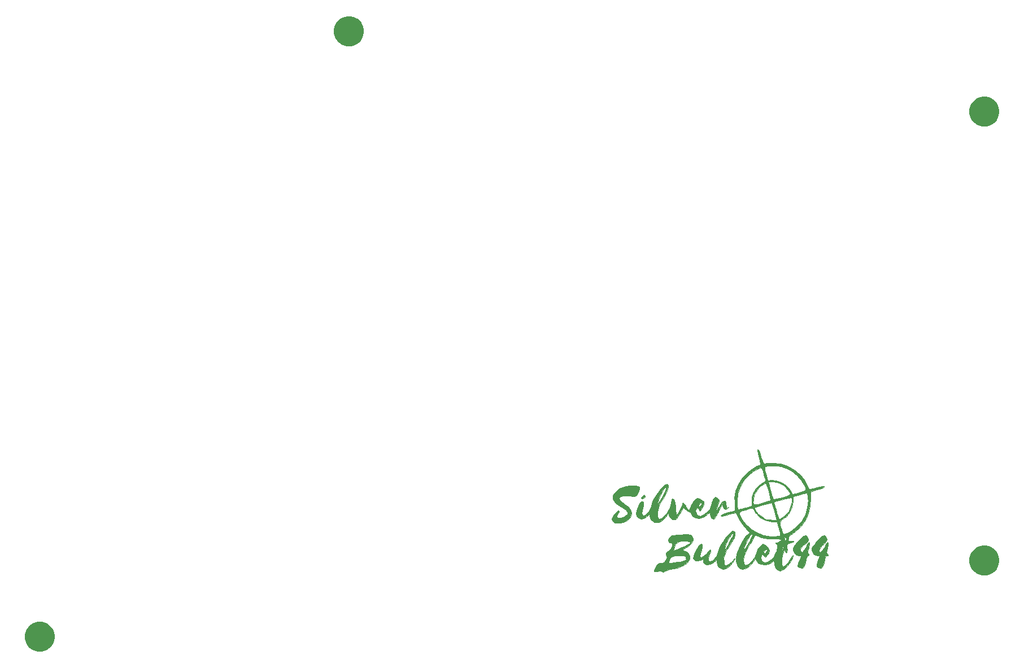
<source format=gts>
G04 #@! TF.GenerationSoftware,KiCad,Pcbnew,5.1.5+dfsg1-2build2*
G04 #@! TF.CreationDate,2020-09-19T22:38:51+09:00*
G04 #@! TF.ProjectId,bottom,626f7474-6f6d-42e6-9b69-6361645f7063,rev?*
G04 #@! TF.SameCoordinates,Original*
G04 #@! TF.FileFunction,Soldermask,Top*
G04 #@! TF.FilePolarity,Negative*
%FSLAX46Y46*%
G04 Gerber Fmt 4.6, Leading zero omitted, Abs format (unit mm)*
G04 Created by KiCad (PCBNEW 5.1.5+dfsg1-2build2) date 2020-09-19 22:38:51*
%MOMM*%
%LPD*%
G04 APERTURE LIST*
%ADD10C,0.010000*%
%ADD11C,0.100000*%
G04 APERTURE END LIST*
D10*
G36*
X107187614Y-85422014D02*
G01*
X107251548Y-85587285D01*
X107123592Y-85771264D01*
X106890248Y-85944432D01*
X106722729Y-85965074D01*
X106680000Y-85876273D01*
X106748270Y-85703713D01*
X106861950Y-85527023D01*
X107038968Y-85366122D01*
X107187614Y-85422014D01*
G37*
X107187614Y-85422014D02*
X107251548Y-85587285D01*
X107123592Y-85771264D01*
X106890248Y-85944432D01*
X106722729Y-85965074D01*
X106680000Y-85876273D01*
X106748270Y-85703713D01*
X106861950Y-85527023D01*
X107038968Y-85366122D01*
X107187614Y-85422014D01*
G36*
X110550660Y-83772983D02*
G01*
X110734999Y-83958277D01*
X110740017Y-84306627D01*
X110564677Y-84821770D01*
X110207943Y-85507441D01*
X109953666Y-85927445D01*
X109609114Y-86485872D01*
X109379426Y-86897205D01*
X109238975Y-87225956D01*
X109162132Y-87536637D01*
X109123268Y-87893762D01*
X109113918Y-88041268D01*
X109111298Y-88591088D01*
X109191005Y-88908565D01*
X109368291Y-89006341D01*
X109658410Y-88897056D01*
X109924794Y-88713309D01*
X110521243Y-88113684D01*
X110932302Y-87358004D01*
X111134375Y-86635974D01*
X111221117Y-86207260D01*
X111289314Y-85988791D01*
X111366497Y-85941024D01*
X111480199Y-86024419D01*
X111527622Y-86071178D01*
X111664222Y-86277384D01*
X111752238Y-86603838D01*
X111805336Y-87108637D01*
X111816230Y-87298174D01*
X111848126Y-87774313D01*
X111887648Y-88144476D01*
X111927291Y-88341965D01*
X111935174Y-88355508D01*
X112037538Y-88307085D01*
X112206647Y-88092394D01*
X112405025Y-87776800D01*
X112595197Y-87425670D01*
X112739689Y-87104368D01*
X112801026Y-86878260D01*
X112799624Y-86847692D01*
X112817389Y-86636381D01*
X112940794Y-86600800D01*
X113118849Y-86716724D01*
X113300563Y-86959927D01*
X113376981Y-87122000D01*
X113579354Y-87499942D01*
X113781238Y-87625689D01*
X113968982Y-87499810D01*
X114128935Y-87122875D01*
X114131000Y-87115356D01*
X115248394Y-87115356D01*
X115391405Y-87185134D01*
X115555397Y-87077650D01*
X115674477Y-86854321D01*
X115697000Y-86697227D01*
X115697000Y-86430555D01*
X115427587Y-86699967D01*
X115263530Y-86933785D01*
X115248394Y-87115356D01*
X114131000Y-87115356D01*
X114137897Y-87090250D01*
X114327037Y-86647467D01*
X114609771Y-86242144D01*
X114672071Y-86177648D01*
X114926725Y-85948654D01*
X115109223Y-85874834D01*
X115330371Y-85935174D01*
X115510247Y-86018710D01*
X115819312Y-86203732D01*
X116014253Y-86389739D01*
X116032110Y-86423595D01*
X116053026Y-86783219D01*
X115909719Y-87210522D01*
X115716987Y-87509854D01*
X115479752Y-87802827D01*
X115244957Y-87528606D01*
X115049272Y-87354496D01*
X114922862Y-87393305D01*
X114911025Y-87410442D01*
X114812557Y-87777901D01*
X114904973Y-88173103D01*
X115055110Y-88385110D01*
X115281768Y-88548160D01*
X115547815Y-88555178D01*
X115714627Y-88513944D01*
X116047499Y-88355271D01*
X116416683Y-88087365D01*
X116757338Y-87770215D01*
X117004623Y-87463810D01*
X117094000Y-87237809D01*
X117131625Y-86999600D01*
X117227856Y-86624268D01*
X117303792Y-86374583D01*
X117494975Y-85930401D01*
X117707849Y-85734413D01*
X117953813Y-85781025D01*
X118153816Y-85957250D01*
X118301953Y-86155577D01*
X118347978Y-86360334D01*
X118288208Y-86642427D01*
X118118962Y-87072765D01*
X118092698Y-87134071D01*
X117925958Y-87565719D01*
X117880924Y-87783527D01*
X117944654Y-87789031D01*
X118104207Y-87583764D01*
X118346642Y-87169263D01*
X118383866Y-87099533D01*
X118658825Y-86629064D01*
X118879887Y-86371131D01*
X119062500Y-86296500D01*
X119228423Y-86342057D01*
X119316147Y-86520992D01*
X119356069Y-86846836D01*
X119397444Y-87187748D01*
X119474174Y-87326452D01*
X119610069Y-87316224D01*
X119753074Y-87274363D01*
X119705047Y-87354350D01*
X119624797Y-87437303D01*
X119371213Y-87570892D01*
X119135686Y-87498705D01*
X118958053Y-87268032D01*
X118878151Y-86926163D01*
X118914115Y-86593667D01*
X118942830Y-86413554D01*
X118891233Y-86433524D01*
X118781002Y-86621040D01*
X118633818Y-86943560D01*
X118562106Y-87122000D01*
X118220445Y-87951961D01*
X117929863Y-88541188D01*
X117686235Y-88896874D01*
X117485438Y-89026213D01*
X117470245Y-89027000D01*
X117211132Y-88912660D01*
X117028454Y-88616498D01*
X116966999Y-88249588D01*
X116967000Y-87963478D01*
X116617750Y-88289221D01*
X116117090Y-88679847D01*
X115645913Y-88869231D01*
X115332616Y-88900000D01*
X114746714Y-88815853D01*
X114339220Y-88569158D01*
X114154223Y-88265728D01*
X114004277Y-88000295D01*
X113824985Y-87884203D01*
X113818275Y-87884000D01*
X113594784Y-87801158D01*
X113318611Y-87598861D01*
X113288085Y-87570413D01*
X112960771Y-87256827D01*
X112453060Y-88173663D01*
X112147001Y-88685162D01*
X111903183Y-88991031D01*
X111694743Y-89123499D01*
X111654148Y-89132134D01*
X111346892Y-89066629D01*
X111049219Y-88841262D01*
X110836575Y-88535816D01*
X110784408Y-88230070D01*
X110787491Y-88215681D01*
X110825134Y-88030238D01*
X110775681Y-88074742D01*
X110702458Y-88193162D01*
X110535822Y-88423061D01*
X110266340Y-88752001D01*
X110061075Y-88986912D01*
X109751305Y-89305750D01*
X109500956Y-89470297D01*
X109217151Y-89529543D01*
X109021973Y-89535000D01*
X108637797Y-89503699D01*
X108390099Y-89375330D01*
X108212647Y-89166144D01*
X108032177Y-88835856D01*
X107950423Y-88534483D01*
X107950000Y-88517988D01*
X107936854Y-88361304D01*
X107864489Y-88342731D01*
X107683508Y-88474906D01*
X107501080Y-88632843D01*
X107046505Y-88939987D01*
X106633503Y-89009977D01*
X106227623Y-88848016D01*
X106200258Y-88829298D01*
X105977320Y-88557981D01*
X105918000Y-88186092D01*
X105969858Y-87794378D01*
X106103461Y-87343059D01*
X106285848Y-86911336D01*
X106484059Y-86578409D01*
X106649467Y-86428422D01*
X106897938Y-86416343D01*
X107011659Y-86600990D01*
X106976451Y-86955529D01*
X106959481Y-87015057D01*
X106796145Y-87657534D01*
X106745628Y-88127097D01*
X106799473Y-88379821D01*
X106985183Y-88492641D01*
X107242669Y-88417854D01*
X107529990Y-88194977D01*
X107805203Y-87863522D01*
X108026366Y-87463005D01*
X108135921Y-87120730D01*
X108262700Y-86716263D01*
X109095816Y-86716263D01*
X109095823Y-86716515D01*
X109154007Y-86721965D01*
X109303919Y-86542296D01*
X109519313Y-86217330D01*
X109773945Y-85786891D01*
X110041570Y-85290800D01*
X110062988Y-85249013D01*
X110292948Y-84755050D01*
X110410404Y-84408398D01*
X110416015Y-84228526D01*
X110310438Y-84234906D01*
X110094332Y-84447010D01*
X110038176Y-84515493D01*
X109877950Y-84772787D01*
X109677064Y-85171809D01*
X109466962Y-85639113D01*
X109279090Y-86101254D01*
X109144893Y-86484786D01*
X109095816Y-86716263D01*
X108262700Y-86716263D01*
X108288324Y-86634516D01*
X108541717Y-86085462D01*
X108866542Y-85514546D01*
X109233242Y-84962746D01*
X109612261Y-84471040D01*
X109974039Y-84080405D01*
X110289021Y-83831818D01*
X110527648Y-83766259D01*
X110550660Y-83772983D01*
G37*
X110550660Y-83772983D02*
X110734999Y-83958277D01*
X110740017Y-84306627D01*
X110564677Y-84821770D01*
X110207943Y-85507441D01*
X109953666Y-85927445D01*
X109609114Y-86485872D01*
X109379426Y-86897205D01*
X109238975Y-87225956D01*
X109162132Y-87536637D01*
X109123268Y-87893762D01*
X109113918Y-88041268D01*
X109111298Y-88591088D01*
X109191005Y-88908565D01*
X109368291Y-89006341D01*
X109658410Y-88897056D01*
X109924794Y-88713309D01*
X110521243Y-88113684D01*
X110932302Y-87358004D01*
X111134375Y-86635974D01*
X111221117Y-86207260D01*
X111289314Y-85988791D01*
X111366497Y-85941024D01*
X111480199Y-86024419D01*
X111527622Y-86071178D01*
X111664222Y-86277384D01*
X111752238Y-86603838D01*
X111805336Y-87108637D01*
X111816230Y-87298174D01*
X111848126Y-87774313D01*
X111887648Y-88144476D01*
X111927291Y-88341965D01*
X111935174Y-88355508D01*
X112037538Y-88307085D01*
X112206647Y-88092394D01*
X112405025Y-87776800D01*
X112595197Y-87425670D01*
X112739689Y-87104368D01*
X112801026Y-86878260D01*
X112799624Y-86847692D01*
X112817389Y-86636381D01*
X112940794Y-86600800D01*
X113118849Y-86716724D01*
X113300563Y-86959927D01*
X113376981Y-87122000D01*
X113579354Y-87499942D01*
X113781238Y-87625689D01*
X113968982Y-87499810D01*
X114128935Y-87122875D01*
X114131000Y-87115356D01*
X115248394Y-87115356D01*
X115391405Y-87185134D01*
X115555397Y-87077650D01*
X115674477Y-86854321D01*
X115697000Y-86697227D01*
X115697000Y-86430555D01*
X115427587Y-86699967D01*
X115263530Y-86933785D01*
X115248394Y-87115356D01*
X114131000Y-87115356D01*
X114137897Y-87090250D01*
X114327037Y-86647467D01*
X114609771Y-86242144D01*
X114672071Y-86177648D01*
X114926725Y-85948654D01*
X115109223Y-85874834D01*
X115330371Y-85935174D01*
X115510247Y-86018710D01*
X115819312Y-86203732D01*
X116014253Y-86389739D01*
X116032110Y-86423595D01*
X116053026Y-86783219D01*
X115909719Y-87210522D01*
X115716987Y-87509854D01*
X115479752Y-87802827D01*
X115244957Y-87528606D01*
X115049272Y-87354496D01*
X114922862Y-87393305D01*
X114911025Y-87410442D01*
X114812557Y-87777901D01*
X114904973Y-88173103D01*
X115055110Y-88385110D01*
X115281768Y-88548160D01*
X115547815Y-88555178D01*
X115714627Y-88513944D01*
X116047499Y-88355271D01*
X116416683Y-88087365D01*
X116757338Y-87770215D01*
X117004623Y-87463810D01*
X117094000Y-87237809D01*
X117131625Y-86999600D01*
X117227856Y-86624268D01*
X117303792Y-86374583D01*
X117494975Y-85930401D01*
X117707849Y-85734413D01*
X117953813Y-85781025D01*
X118153816Y-85957250D01*
X118301953Y-86155577D01*
X118347978Y-86360334D01*
X118288208Y-86642427D01*
X118118962Y-87072765D01*
X118092698Y-87134071D01*
X117925958Y-87565719D01*
X117880924Y-87783527D01*
X117944654Y-87789031D01*
X118104207Y-87583764D01*
X118346642Y-87169263D01*
X118383866Y-87099533D01*
X118658825Y-86629064D01*
X118879887Y-86371131D01*
X119062500Y-86296500D01*
X119228423Y-86342057D01*
X119316147Y-86520992D01*
X119356069Y-86846836D01*
X119397444Y-87187748D01*
X119474174Y-87326452D01*
X119610069Y-87316224D01*
X119753074Y-87274363D01*
X119705047Y-87354350D01*
X119624797Y-87437303D01*
X119371213Y-87570892D01*
X119135686Y-87498705D01*
X118958053Y-87268032D01*
X118878151Y-86926163D01*
X118914115Y-86593667D01*
X118942830Y-86413554D01*
X118891233Y-86433524D01*
X118781002Y-86621040D01*
X118633818Y-86943560D01*
X118562106Y-87122000D01*
X118220445Y-87951961D01*
X117929863Y-88541188D01*
X117686235Y-88896874D01*
X117485438Y-89026213D01*
X117470245Y-89027000D01*
X117211132Y-88912660D01*
X117028454Y-88616498D01*
X116966999Y-88249588D01*
X116967000Y-87963478D01*
X116617750Y-88289221D01*
X116117090Y-88679847D01*
X115645913Y-88869231D01*
X115332616Y-88900000D01*
X114746714Y-88815853D01*
X114339220Y-88569158D01*
X114154223Y-88265728D01*
X114004277Y-88000295D01*
X113824985Y-87884203D01*
X113818275Y-87884000D01*
X113594784Y-87801158D01*
X113318611Y-87598861D01*
X113288085Y-87570413D01*
X112960771Y-87256827D01*
X112453060Y-88173663D01*
X112147001Y-88685162D01*
X111903183Y-88991031D01*
X111694743Y-89123499D01*
X111654148Y-89132134D01*
X111346892Y-89066629D01*
X111049219Y-88841262D01*
X110836575Y-88535816D01*
X110784408Y-88230070D01*
X110787491Y-88215681D01*
X110825134Y-88030238D01*
X110775681Y-88074742D01*
X110702458Y-88193162D01*
X110535822Y-88423061D01*
X110266340Y-88752001D01*
X110061075Y-88986912D01*
X109751305Y-89305750D01*
X109500956Y-89470297D01*
X109217151Y-89529543D01*
X109021973Y-89535000D01*
X108637797Y-89503699D01*
X108390099Y-89375330D01*
X108212647Y-89166144D01*
X108032177Y-88835856D01*
X107950423Y-88534483D01*
X107950000Y-88517988D01*
X107936854Y-88361304D01*
X107864489Y-88342731D01*
X107683508Y-88474906D01*
X107501080Y-88632843D01*
X107046505Y-88939987D01*
X106633503Y-89009977D01*
X106227623Y-88848016D01*
X106200258Y-88829298D01*
X105977320Y-88557981D01*
X105918000Y-88186092D01*
X105969858Y-87794378D01*
X106103461Y-87343059D01*
X106285848Y-86911336D01*
X106484059Y-86578409D01*
X106649467Y-86428422D01*
X106897938Y-86416343D01*
X107011659Y-86600990D01*
X106976451Y-86955529D01*
X106959481Y-87015057D01*
X106796145Y-87657534D01*
X106745628Y-88127097D01*
X106799473Y-88379821D01*
X106985183Y-88492641D01*
X107242669Y-88417854D01*
X107529990Y-88194977D01*
X107805203Y-87863522D01*
X108026366Y-87463005D01*
X108135921Y-87120730D01*
X108262700Y-86716263D01*
X109095816Y-86716263D01*
X109095823Y-86716515D01*
X109154007Y-86721965D01*
X109303919Y-86542296D01*
X109519313Y-86217330D01*
X109773945Y-85786891D01*
X110041570Y-85290800D01*
X110062988Y-85249013D01*
X110292948Y-84755050D01*
X110410404Y-84408398D01*
X110416015Y-84228526D01*
X110310438Y-84234906D01*
X110094332Y-84447010D01*
X110038176Y-84515493D01*
X109877950Y-84772787D01*
X109677064Y-85171809D01*
X109466962Y-85639113D01*
X109279090Y-86101254D01*
X109144893Y-86484786D01*
X109095816Y-86716263D01*
X108262700Y-86716263D01*
X108288324Y-86634516D01*
X108541717Y-86085462D01*
X108866542Y-85514546D01*
X109233242Y-84962746D01*
X109612261Y-84471040D01*
X109974039Y-84080405D01*
X110289021Y-83831818D01*
X110527648Y-83766259D01*
X110550660Y-83772983D01*
G36*
X105817972Y-84042856D02*
G01*
X106182414Y-84112046D01*
X106370271Y-84213598D01*
X106371034Y-84214809D01*
X106391937Y-84439781D01*
X106312671Y-84782685D01*
X106167930Y-85146212D01*
X105992406Y-85433053D01*
X105907554Y-85514822D01*
X105655548Y-85623365D01*
X105318887Y-85613149D01*
X105117447Y-85572816D01*
X104581108Y-85503955D01*
X104050602Y-85524953D01*
X103617356Y-85627415D01*
X103439187Y-85726918D01*
X103328731Y-85906500D01*
X103405767Y-86128419D01*
X103684955Y-86413688D01*
X104171804Y-86777026D01*
X104764142Y-87267966D01*
X105104812Y-87754171D01*
X105195944Y-88241060D01*
X105039665Y-88734052D01*
X104979606Y-88832794D01*
X104633997Y-89221751D01*
X104174122Y-89466360D01*
X103537685Y-89599109D01*
X103502477Y-89603131D01*
X103025346Y-89630304D01*
X102705836Y-89574508D01*
X102520750Y-89473474D01*
X102307792Y-89245000D01*
X102234999Y-89044817D01*
X102309969Y-88803502D01*
X102497726Y-88479762D01*
X102742539Y-88148086D01*
X102988679Y-87882964D01*
X103180417Y-87758886D01*
X103198486Y-87757000D01*
X103355745Y-87812757D01*
X103317351Y-87994046D01*
X103183460Y-88194023D01*
X102992425Y-88539882D01*
X103010575Y-88769369D01*
X103216106Y-88871745D01*
X103587209Y-88836273D01*
X104102081Y-88652214D01*
X104108250Y-88649420D01*
X104461979Y-88447670D01*
X104621877Y-88235668D01*
X104579610Y-87993400D01*
X104326845Y-87700853D01*
X103855248Y-87338013D01*
X103450456Y-87069709D01*
X102963369Y-86702702D01*
X102621332Y-86331857D01*
X102536823Y-86190261D01*
X102412530Y-85881874D01*
X102416498Y-85649474D01*
X102543254Y-85361879D01*
X102902656Y-84896282D01*
X103437715Y-84484530D01*
X104070090Y-84180180D01*
X104416895Y-84080954D01*
X104860037Y-84022160D01*
X105352122Y-84011178D01*
X105817972Y-84042856D01*
G37*
X105817972Y-84042856D02*
X106182414Y-84112046D01*
X106370271Y-84213598D01*
X106371034Y-84214809D01*
X106391937Y-84439781D01*
X106312671Y-84782685D01*
X106167930Y-85146212D01*
X105992406Y-85433053D01*
X105907554Y-85514822D01*
X105655548Y-85623365D01*
X105318887Y-85613149D01*
X105117447Y-85572816D01*
X104581108Y-85503955D01*
X104050602Y-85524953D01*
X103617356Y-85627415D01*
X103439187Y-85726918D01*
X103328731Y-85906500D01*
X103405767Y-86128419D01*
X103684955Y-86413688D01*
X104171804Y-86777026D01*
X104764142Y-87267966D01*
X105104812Y-87754171D01*
X105195944Y-88241060D01*
X105039665Y-88734052D01*
X104979606Y-88832794D01*
X104633997Y-89221751D01*
X104174122Y-89466360D01*
X103537685Y-89599109D01*
X103502477Y-89603131D01*
X103025346Y-89630304D01*
X102705836Y-89574508D01*
X102520750Y-89473474D01*
X102307792Y-89245000D01*
X102234999Y-89044817D01*
X102309969Y-88803502D01*
X102497726Y-88479762D01*
X102742539Y-88148086D01*
X102988679Y-87882964D01*
X103180417Y-87758886D01*
X103198486Y-87757000D01*
X103355745Y-87812757D01*
X103317351Y-87994046D01*
X103183460Y-88194023D01*
X102992425Y-88539882D01*
X103010575Y-88769369D01*
X103216106Y-88871745D01*
X103587209Y-88836273D01*
X104102081Y-88652214D01*
X104108250Y-88649420D01*
X104461979Y-88447670D01*
X104621877Y-88235668D01*
X104579610Y-87993400D01*
X104326845Y-87700853D01*
X103855248Y-87338013D01*
X103450456Y-87069709D01*
X102963369Y-86702702D01*
X102621332Y-86331857D01*
X102536823Y-86190261D01*
X102412530Y-85881874D01*
X102416498Y-85649474D01*
X102543254Y-85361879D01*
X102902656Y-84896282D01*
X103437715Y-84484530D01*
X104070090Y-84180180D01*
X104416895Y-84080954D01*
X104860037Y-84022160D01*
X105352122Y-84011178D01*
X105817972Y-84042856D01*
G36*
X134257625Y-91540048D02*
G01*
X134361531Y-91685650D01*
X134485441Y-92088484D01*
X134374626Y-92430882D01*
X134060556Y-92719574D01*
X133720344Y-93007701D01*
X133448375Y-93336026D01*
X133289021Y-93639545D01*
X133286656Y-93853253D01*
X133286661Y-93853260D01*
X133473899Y-93994749D01*
X133700157Y-93898063D01*
X133951747Y-93573501D01*
X134136703Y-93213801D01*
X134330014Y-92826664D01*
X134501702Y-92553538D01*
X134609778Y-92456000D01*
X134679238Y-92567003D01*
X134667655Y-92866366D01*
X134580446Y-93303615D01*
X134481416Y-93651721D01*
X134431699Y-93980198D01*
X134553823Y-94230302D01*
X134575479Y-94254971D01*
X134712589Y-94427379D01*
X134658778Y-94483352D01*
X134528915Y-94488000D01*
X134340945Y-94550886D01*
X134230509Y-94779258D01*
X134192845Y-94964250D01*
X134064875Y-95625043D01*
X133930440Y-96062389D01*
X133776144Y-96306742D01*
X133588592Y-96388561D01*
X133566280Y-96388960D01*
X133241238Y-96315681D01*
X133082233Y-96229359D01*
X132960542Y-96091462D01*
X132947915Y-95890445D01*
X133028311Y-95566649D01*
X133164073Y-95165517D01*
X133307118Y-94823236D01*
X133332296Y-94773750D01*
X133417774Y-94569477D01*
X133329536Y-94495747D01*
X133132218Y-94486055D01*
X132738855Y-94430259D01*
X132480332Y-94226702D01*
X132353012Y-94020099D01*
X132238406Y-93722895D01*
X132243128Y-93437029D01*
X132385996Y-93113620D01*
X132685829Y-92703785D01*
X133000750Y-92337538D01*
X133462422Y-91849031D01*
X133809394Y-91561136D01*
X134066263Y-91462069D01*
X134257625Y-91540048D01*
G37*
X134257625Y-91540048D02*
X134361531Y-91685650D01*
X134485441Y-92088484D01*
X134374626Y-92430882D01*
X134060556Y-92719574D01*
X133720344Y-93007701D01*
X133448375Y-93336026D01*
X133289021Y-93639545D01*
X133286656Y-93853253D01*
X133286661Y-93853260D01*
X133473899Y-93994749D01*
X133700157Y-93898063D01*
X133951747Y-93573501D01*
X134136703Y-93213801D01*
X134330014Y-92826664D01*
X134501702Y-92553538D01*
X134609778Y-92456000D01*
X134679238Y-92567003D01*
X134667655Y-92866366D01*
X134580446Y-93303615D01*
X134481416Y-93651721D01*
X134431699Y-93980198D01*
X134553823Y-94230302D01*
X134575479Y-94254971D01*
X134712589Y-94427379D01*
X134658778Y-94483352D01*
X134528915Y-94488000D01*
X134340945Y-94550886D01*
X134230509Y-94779258D01*
X134192845Y-94964250D01*
X134064875Y-95625043D01*
X133930440Y-96062389D01*
X133776144Y-96306742D01*
X133588592Y-96388561D01*
X133566280Y-96388960D01*
X133241238Y-96315681D01*
X133082233Y-96229359D01*
X132960542Y-96091462D01*
X132947915Y-95890445D01*
X133028311Y-95566649D01*
X133164073Y-95165517D01*
X133307118Y-94823236D01*
X133332296Y-94773750D01*
X133417774Y-94569477D01*
X133329536Y-94495747D01*
X133132218Y-94486055D01*
X132738855Y-94430259D01*
X132480332Y-94226702D01*
X132353012Y-94020099D01*
X132238406Y-93722895D01*
X132243128Y-93437029D01*
X132385996Y-93113620D01*
X132685829Y-92703785D01*
X133000750Y-92337538D01*
X133462422Y-91849031D01*
X133809394Y-91561136D01*
X134066263Y-91462069D01*
X134257625Y-91540048D01*
G36*
X131466361Y-91542562D02*
G01*
X131567531Y-91685650D01*
X131694521Y-92093738D01*
X131584451Y-92430597D01*
X131267640Y-92701878D01*
X130889650Y-92994051D01*
X130623066Y-93311659D01*
X130485329Y-93609674D01*
X130493877Y-93843068D01*
X130666151Y-93966811D01*
X130774264Y-93975801D01*
X130975351Y-93851011D01*
X131213651Y-93481012D01*
X131342703Y-93213801D01*
X131533632Y-92826943D01*
X131699405Y-92553859D01*
X131799986Y-92456000D01*
X131842896Y-92566487D01*
X131838312Y-92844700D01*
X131795406Y-93210768D01*
X131723350Y-93584818D01*
X131637402Y-93871903D01*
X131631621Y-94089993D01*
X131690341Y-94165149D01*
X131819128Y-94327675D01*
X131757658Y-94463086D01*
X131649633Y-94488000D01*
X131508349Y-94603819D01*
X131398903Y-94906653D01*
X131387477Y-94964250D01*
X131248931Y-95628517D01*
X131108033Y-96068035D01*
X130951960Y-96311835D01*
X130767886Y-96388952D01*
X130758147Y-96388960D01*
X130438875Y-96309405D01*
X130260818Y-96209313D01*
X130142140Y-96101209D01*
X130103932Y-95971442D01*
X130151739Y-95754677D01*
X130291105Y-95385582D01*
X130341305Y-95260852D01*
X130653474Y-94488000D01*
X130318987Y-94486055D01*
X129931773Y-94425904D01*
X129673169Y-94208736D01*
X129559012Y-94020099D01*
X129444933Y-93725536D01*
X129448458Y-93442232D01*
X129588370Y-93121103D01*
X129883450Y-92713065D01*
X130202835Y-92337563D01*
X130664089Y-91845655D01*
X131012645Y-91556725D01*
X131272178Y-91459464D01*
X131466361Y-91542562D01*
G37*
X131466361Y-91542562D02*
X131567531Y-91685650D01*
X131694521Y-92093738D01*
X131584451Y-92430597D01*
X131267640Y-92701878D01*
X130889650Y-92994051D01*
X130623066Y-93311659D01*
X130485329Y-93609674D01*
X130493877Y-93843068D01*
X130666151Y-93966811D01*
X130774264Y-93975801D01*
X130975351Y-93851011D01*
X131213651Y-93481012D01*
X131342703Y-93213801D01*
X131533632Y-92826943D01*
X131699405Y-92553859D01*
X131799986Y-92456000D01*
X131842896Y-92566487D01*
X131838312Y-92844700D01*
X131795406Y-93210768D01*
X131723350Y-93584818D01*
X131637402Y-93871903D01*
X131631621Y-94089993D01*
X131690341Y-94165149D01*
X131819128Y-94327675D01*
X131757658Y-94463086D01*
X131649633Y-94488000D01*
X131508349Y-94603819D01*
X131398903Y-94906653D01*
X131387477Y-94964250D01*
X131248931Y-95628517D01*
X131108033Y-96068035D01*
X130951960Y-96311835D01*
X130767886Y-96388952D01*
X130758147Y-96388960D01*
X130438875Y-96309405D01*
X130260818Y-96209313D01*
X130142140Y-96101209D01*
X130103932Y-95971442D01*
X130151739Y-95754677D01*
X130291105Y-95385582D01*
X130341305Y-95260852D01*
X130653474Y-94488000D01*
X130318987Y-94486055D01*
X129931773Y-94425904D01*
X129673169Y-94208736D01*
X129559012Y-94020099D01*
X129444933Y-93725536D01*
X129448458Y-93442232D01*
X129588370Y-93121103D01*
X129883450Y-92713065D01*
X130202835Y-92337563D01*
X130664089Y-91845655D01*
X131012645Y-91556725D01*
X131272178Y-91459464D01*
X131466361Y-91542562D01*
G36*
X120702623Y-90972526D02*
G01*
X120741163Y-91289031D01*
X120594025Y-91773729D01*
X120261792Y-92424685D01*
X119754344Y-93226258D01*
X119474400Y-93691522D01*
X119240243Y-94172149D01*
X119126880Y-94484730D01*
X119051454Y-94947090D01*
X119056213Y-95402468D01*
X119133647Y-95768195D01*
X119260235Y-95952971D01*
X119450827Y-95941403D01*
X119748087Y-95799597D01*
X120077526Y-95575354D01*
X120364654Y-95316477D01*
X120483188Y-95168170D01*
X120643888Y-94968084D01*
X120744557Y-94921224D01*
X120721257Y-95060069D01*
X120565817Y-95321347D01*
X120322467Y-95644701D01*
X120035433Y-95969778D01*
X119832708Y-96165588D01*
X119371197Y-96448805D01*
X118899793Y-96524597D01*
X118475996Y-96392245D01*
X118246217Y-96185372D01*
X118058233Y-95836345D01*
X117983000Y-95486076D01*
X117983000Y-95121406D01*
X117455945Y-95503203D01*
X116961514Y-95781926D01*
X116528517Y-95878362D01*
X116193352Y-95797792D01*
X115992414Y-95545497D01*
X115951000Y-95284838D01*
X115936044Y-95092827D01*
X115844585Y-95059792D01*
X115606737Y-95167539D01*
X115571095Y-95185933D01*
X115145278Y-95315147D01*
X114776275Y-95265295D01*
X114528089Y-95051703D01*
X114477007Y-94923954D01*
X114497421Y-94644774D01*
X114628858Y-94235259D01*
X114834608Y-93771697D01*
X115077965Y-93330373D01*
X115322221Y-92987574D01*
X115477344Y-92845024D01*
X115718226Y-92751473D01*
X115834156Y-92856068D01*
X115826953Y-93167200D01*
X115698436Y-93693257D01*
X115676823Y-93765089D01*
X115556614Y-94199267D01*
X115487434Y-94532131D01*
X115483029Y-94696379D01*
X115485829Y-94700162D01*
X115694217Y-94748078D01*
X115989073Y-94631278D01*
X116303550Y-94387558D01*
X116539135Y-94104640D01*
X116819786Y-93725609D01*
X116999956Y-93577726D01*
X117072323Y-93655838D01*
X117029564Y-93954794D01*
X116903500Y-94361000D01*
X116749626Y-94876440D01*
X116726839Y-95198887D01*
X116836681Y-95353829D01*
X116964996Y-95377000D01*
X117313850Y-95262541D01*
X117663485Y-94958225D01*
X117961853Y-94522636D01*
X118149669Y-94043500D01*
X118343099Y-93478949D01*
X118355730Y-93452494D01*
X119149791Y-93452494D01*
X119155626Y-93594103D01*
X119253918Y-93545169D01*
X119432636Y-93315201D01*
X119679745Y-92913704D01*
X119983212Y-92350187D01*
X120148481Y-92018533D01*
X120325979Y-91626700D01*
X120434956Y-91331779D01*
X120452102Y-91199768D01*
X120319193Y-91221667D01*
X120114828Y-91427925D01*
X119872973Y-91771815D01*
X119627595Y-92206608D01*
X119463627Y-92559621D01*
X119248447Y-93110835D01*
X119149791Y-93452494D01*
X118355730Y-93452494D01*
X118629407Y-92879300D01*
X118978163Y-92286608D01*
X119358932Y-91742929D01*
X119741284Y-91290318D01*
X120094785Y-90970830D01*
X120389003Y-90826521D01*
X120477821Y-90826149D01*
X120702623Y-90972526D01*
G37*
X120702623Y-90972526D02*
X120741163Y-91289031D01*
X120594025Y-91773729D01*
X120261792Y-92424685D01*
X119754344Y-93226258D01*
X119474400Y-93691522D01*
X119240243Y-94172149D01*
X119126880Y-94484730D01*
X119051454Y-94947090D01*
X119056213Y-95402468D01*
X119133647Y-95768195D01*
X119260235Y-95952971D01*
X119450827Y-95941403D01*
X119748087Y-95799597D01*
X120077526Y-95575354D01*
X120364654Y-95316477D01*
X120483188Y-95168170D01*
X120643888Y-94968084D01*
X120744557Y-94921224D01*
X120721257Y-95060069D01*
X120565817Y-95321347D01*
X120322467Y-95644701D01*
X120035433Y-95969778D01*
X119832708Y-96165588D01*
X119371197Y-96448805D01*
X118899793Y-96524597D01*
X118475996Y-96392245D01*
X118246217Y-96185372D01*
X118058233Y-95836345D01*
X117983000Y-95486076D01*
X117983000Y-95121406D01*
X117455945Y-95503203D01*
X116961514Y-95781926D01*
X116528517Y-95878362D01*
X116193352Y-95797792D01*
X115992414Y-95545497D01*
X115951000Y-95284838D01*
X115936044Y-95092827D01*
X115844585Y-95059792D01*
X115606737Y-95167539D01*
X115571095Y-95185933D01*
X115145278Y-95315147D01*
X114776275Y-95265295D01*
X114528089Y-95051703D01*
X114477007Y-94923954D01*
X114497421Y-94644774D01*
X114628858Y-94235259D01*
X114834608Y-93771697D01*
X115077965Y-93330373D01*
X115322221Y-92987574D01*
X115477344Y-92845024D01*
X115718226Y-92751473D01*
X115834156Y-92856068D01*
X115826953Y-93167200D01*
X115698436Y-93693257D01*
X115676823Y-93765089D01*
X115556614Y-94199267D01*
X115487434Y-94532131D01*
X115483029Y-94696379D01*
X115485829Y-94700162D01*
X115694217Y-94748078D01*
X115989073Y-94631278D01*
X116303550Y-94387558D01*
X116539135Y-94104640D01*
X116819786Y-93725609D01*
X116999956Y-93577726D01*
X117072323Y-93655838D01*
X117029564Y-93954794D01*
X116903500Y-94361000D01*
X116749626Y-94876440D01*
X116726839Y-95198887D01*
X116836681Y-95353829D01*
X116964996Y-95377000D01*
X117313850Y-95262541D01*
X117663485Y-94958225D01*
X117961853Y-94522636D01*
X118149669Y-94043500D01*
X118343099Y-93478949D01*
X118355730Y-93452494D01*
X119149791Y-93452494D01*
X119155626Y-93594103D01*
X119253918Y-93545169D01*
X119432636Y-93315201D01*
X119679745Y-92913704D01*
X119983212Y-92350187D01*
X120148481Y-92018533D01*
X120325979Y-91626700D01*
X120434956Y-91331779D01*
X120452102Y-91199768D01*
X120319193Y-91221667D01*
X120114828Y-91427925D01*
X119872973Y-91771815D01*
X119627595Y-92206608D01*
X119463627Y-92559621D01*
X119248447Y-93110835D01*
X119149791Y-93452494D01*
X118355730Y-93452494D01*
X118629407Y-92879300D01*
X118978163Y-92286608D01*
X119358932Y-91742929D01*
X119741284Y-91290318D01*
X120094785Y-90970830D01*
X120389003Y-90826521D01*
X120477821Y-90826149D01*
X120702623Y-90972526D01*
G36*
X124271736Y-78726830D02*
G01*
X124416112Y-79026725D01*
X124520954Y-79343250D01*
X124690952Y-79937044D01*
X124814078Y-80326839D01*
X124910378Y-80553658D01*
X124999897Y-80658530D01*
X125102682Y-80682479D01*
X125172168Y-80676017D01*
X125412953Y-80658937D01*
X125823375Y-80644213D01*
X126319074Y-80634788D01*
X126370993Y-80634241D01*
X127524488Y-80745552D01*
X128617748Y-81087694D01*
X129616977Y-81638877D01*
X130488380Y-82377312D01*
X131198161Y-83281208D01*
X131576079Y-83990144D01*
X131738136Y-84326622D01*
X131866797Y-84541029D01*
X131911915Y-84582000D01*
X132060813Y-84550593D01*
X132391328Y-84467102D01*
X132840401Y-84347618D01*
X132986447Y-84307808D01*
X133458918Y-84190503D01*
X133833680Y-84120180D01*
X134047391Y-84107966D01*
X134070641Y-84117308D01*
X134112011Y-84206896D01*
X134024128Y-84296922D01*
X133773423Y-84403699D01*
X133326325Y-84543538D01*
X133006815Y-84634251D01*
X132016500Y-84910300D01*
X132060856Y-85868604D01*
X132004145Y-87037954D01*
X131737295Y-88156843D01*
X131279354Y-89187232D01*
X130649368Y-90091083D01*
X129866384Y-90830359D01*
X129430097Y-91122500D01*
X129073700Y-91366078D01*
X128839556Y-91592077D01*
X128780520Y-91715362D01*
X128732159Y-92029211D01*
X128700912Y-92128112D01*
X128697901Y-92255714D01*
X128850906Y-92318321D01*
X129177162Y-92337595D01*
X129469858Y-92353949D01*
X129550883Y-92397514D01*
X129409890Y-92478452D01*
X129036530Y-92606929D01*
X128841500Y-92667307D01*
X128611819Y-92768921D01*
X128496273Y-92935634D01*
X128477424Y-93227652D01*
X128537835Y-93705181D01*
X128538925Y-93712000D01*
X128522694Y-93963443D01*
X128438542Y-94068569D01*
X128307811Y-94004702D01*
X128241936Y-93828569D01*
X128200740Y-93675474D01*
X128133205Y-93703538D01*
X128008368Y-93936186D01*
X127957848Y-94043500D01*
X127816139Y-94458965D01*
X127730152Y-94934575D01*
X127701607Y-95403451D01*
X127732219Y-95798712D01*
X127823709Y-96053481D01*
X127904749Y-96110402D01*
X128139241Y-96044271D01*
X128442225Y-95809476D01*
X128760819Y-95460477D01*
X129042140Y-95051733D01*
X129166293Y-94811216D01*
X129314000Y-94524231D01*
X129391501Y-94455378D01*
X129391872Y-94576796D01*
X129308189Y-94860626D01*
X129229001Y-95063529D01*
X128913393Y-95653109D01*
X128512100Y-96161589D01*
X128072937Y-96542611D01*
X127643716Y-96749815D01*
X127464876Y-96774000D01*
X127237949Y-96698766D01*
X126993557Y-96540320D01*
X126743627Y-96188562D01*
X126630237Y-95766198D01*
X126555500Y-95225756D01*
X126201855Y-95504552D01*
X125743964Y-95751028D01*
X125226398Y-95855193D01*
X124716267Y-95823622D01*
X124280678Y-95662889D01*
X123986740Y-95379568D01*
X123940407Y-95283009D01*
X123876706Y-95008918D01*
X123895086Y-94858342D01*
X123923325Y-94747476D01*
X123909234Y-94742000D01*
X123815189Y-94839766D01*
X123632038Y-95092497D01*
X123461209Y-95350181D01*
X122962053Y-95988447D01*
X122443967Y-96379290D01*
X121911136Y-96519612D01*
X121881325Y-96520000D01*
X121443832Y-96425139D01*
X121136280Y-96131229D01*
X120946932Y-95624282D01*
X120900672Y-95351063D01*
X120893114Y-95190094D01*
X121954700Y-95190094D01*
X122029369Y-95662750D01*
X122149107Y-95911376D01*
X122288572Y-95990816D01*
X122517852Y-95910480D01*
X122772167Y-95762483D01*
X123228558Y-95365472D01*
X123626430Y-94800245D01*
X123907683Y-94152585D01*
X123940507Y-94037451D01*
X123977812Y-93950888D01*
X125026470Y-93950888D01*
X125036324Y-94114806D01*
X125152390Y-94180130D01*
X125327255Y-94036856D01*
X125368555Y-93987387D01*
X125511948Y-93742144D01*
X125523407Y-93572961D01*
X125388880Y-93555930D01*
X125191175Y-93700379D01*
X125026470Y-93950888D01*
X123977812Y-93950888D01*
X124127906Y-93602615D01*
X124413710Y-93201936D01*
X124463996Y-93150670D01*
X124853044Y-92777939D01*
X125323272Y-93029719D01*
X125706405Y-93343365D01*
X125851478Y-93728587D01*
X125753380Y-94155719D01*
X125564904Y-94432416D01*
X125258972Y-94788084D01*
X125024067Y-94513734D01*
X124828325Y-94339544D01*
X124701893Y-94378265D01*
X124690025Y-94395442D01*
X124592221Y-94765560D01*
X124717328Y-95154118D01*
X124889445Y-95362856D01*
X125111121Y-95543165D01*
X125304034Y-95574471D01*
X125591341Y-95473336D01*
X125619695Y-95461063D01*
X126163895Y-95144438D01*
X126555384Y-94709967D01*
X126837297Y-94102915D01*
X126928974Y-93799765D01*
X126971502Y-93636941D01*
X127734909Y-93636941D01*
X127742784Y-93785107D01*
X127765989Y-93787034D01*
X127863693Y-93628776D01*
X127954203Y-93337235D01*
X127954814Y-93334462D01*
X128004868Y-93000756D01*
X127975361Y-92897109D01*
X127892645Y-93022716D01*
X127792365Y-93339430D01*
X127734909Y-93636941D01*
X126971502Y-93636941D01*
X127046093Y-93351363D01*
X127094053Y-93081986D01*
X127072315Y-92926107D01*
X126980343Y-92818194D01*
X126920533Y-92771330D01*
X126760355Y-92635535D01*
X126817912Y-92592125D01*
X126959178Y-92587039D01*
X127237941Y-92507012D01*
X127497069Y-92325645D01*
X127631941Y-92119895D01*
X127634992Y-92089990D01*
X128143000Y-92089990D01*
X128193104Y-92260827D01*
X128270000Y-92265500D01*
X128375605Y-92086887D01*
X128397000Y-91933009D01*
X128346895Y-91762172D01*
X128270000Y-91757500D01*
X128164394Y-91936112D01*
X128143000Y-92089990D01*
X127634992Y-92089990D01*
X127635000Y-92089921D01*
X127517087Y-92049770D01*
X127199646Y-92017587D01*
X126737120Y-91997623D01*
X126396750Y-91993236D01*
X125707917Y-91976843D01*
X125167802Y-91917601D01*
X124672111Y-91795097D01*
X124116555Y-91588918D01*
X123928205Y-91510071D01*
X123764746Y-91508186D01*
X123599006Y-91678148D01*
X123434079Y-91969215D01*
X123209130Y-92374068D01*
X122909285Y-92866342D01*
X122656537Y-93253954D01*
X122281165Y-93920098D01*
X122042073Y-94585243D01*
X121954700Y-95190094D01*
X120893114Y-95190094D01*
X120876325Y-94832525D01*
X120964953Y-94339107D01*
X121082700Y-93988555D01*
X121305112Y-93459978D01*
X122067182Y-93459978D01*
X122075869Y-93596232D01*
X122183084Y-93531310D01*
X122379018Y-93271291D01*
X122653862Y-92822256D01*
X122997806Y-92190284D01*
X123006023Y-92174471D01*
X123183939Y-91791274D01*
X123296480Y-91471057D01*
X123317000Y-91351858D01*
X123264965Y-91239983D01*
X123127464Y-91319258D01*
X122932401Y-91553535D01*
X122707680Y-91906669D01*
X122481205Y-92342513D01*
X122384627Y-92559621D01*
X122166831Y-93116467D01*
X122067182Y-93459978D01*
X121305112Y-93459978D01*
X121382060Y-93277107D01*
X121732888Y-92581047D01*
X122097560Y-91967000D01*
X122438456Y-91501591D01*
X122560870Y-91370875D01*
X122927183Y-91019925D01*
X122235720Y-90273063D01*
X121839534Y-89795041D01*
X121465839Y-89260087D01*
X121195810Y-88784539D01*
X120877793Y-88107648D01*
X121354885Y-88107648D01*
X121415321Y-88376646D01*
X121629417Y-88787930D01*
X121741426Y-88983962D01*
X122346520Y-89804307D01*
X123128339Y-90504449D01*
X124036126Y-91057778D01*
X125019121Y-91437687D01*
X126026567Y-91617565D01*
X126746000Y-91607514D01*
X127125332Y-91561779D01*
X127404386Y-91516995D01*
X127463369Y-91502948D01*
X127516713Y-91384312D01*
X127479408Y-91075032D01*
X127348657Y-90554409D01*
X127323081Y-90464678D01*
X127072220Y-89594006D01*
X127479195Y-89594006D01*
X127516929Y-89948901D01*
X127650468Y-90466763D01*
X127698738Y-90634117D01*
X127821755Y-91027818D01*
X127925769Y-91227273D01*
X128056242Y-91283920D01*
X128245286Y-91252510D01*
X128548749Y-91135451D01*
X128947426Y-90929369D01*
X129181028Y-90789008D01*
X130039777Y-90102933D01*
X130740981Y-89261457D01*
X131262537Y-88307789D01*
X131582344Y-87285142D01*
X131678301Y-86236728D01*
X131661580Y-85939284D01*
X131615709Y-85530740D01*
X131566141Y-85236140D01*
X131532703Y-85135370D01*
X131390600Y-85138537D01*
X131065390Y-85200440D01*
X130617837Y-85308799D01*
X130442070Y-85355828D01*
X129413000Y-85637848D01*
X129413000Y-86365422D01*
X129291489Y-87223021D01*
X128940768Y-87996333D01*
X128381553Y-88646378D01*
X128074833Y-88883272D01*
X127744747Y-89123576D01*
X127550667Y-89339693D01*
X127479195Y-89594006D01*
X127072220Y-89594006D01*
X127036923Y-89471500D01*
X126218597Y-89399906D01*
X125298841Y-89209876D01*
X124526650Y-88813317D01*
X123900947Y-88209668D01*
X123875633Y-88176860D01*
X123634504Y-87844246D01*
X123463288Y-87578422D01*
X123417078Y-87485736D01*
X123325711Y-87422379D01*
X123093064Y-87434058D01*
X122682010Y-87525461D01*
X122321913Y-87624045D01*
X121785544Y-87784379D01*
X121470747Y-87927903D01*
X121354885Y-88107648D01*
X120877793Y-88107648D01*
X120847362Y-88042877D01*
X119954931Y-88286362D01*
X119482002Y-88416190D01*
X119084848Y-88526644D01*
X118846199Y-88594706D01*
X118840250Y-88596482D01*
X118652300Y-88580603D01*
X118618000Y-88490398D01*
X118732267Y-88356052D01*
X119030936Y-88216710D01*
X119221250Y-88158510D01*
X119693828Y-88033758D01*
X120151173Y-87912937D01*
X120276441Y-87879820D01*
X120728383Y-87760300D01*
X120674087Y-86624652D01*
X120666755Y-86260743D01*
X121032734Y-86260743D01*
X121047770Y-86729119D01*
X121085237Y-87157160D01*
X121136713Y-87477900D01*
X121193776Y-87624376D01*
X121204562Y-87626978D01*
X121325138Y-87592520D01*
X121631666Y-87503340D01*
X122066384Y-87376260D01*
X122237500Y-87326127D01*
X122372951Y-87286421D01*
X123575780Y-87286421D01*
X123859140Y-87791229D01*
X124182518Y-88212936D01*
X124642461Y-88632678D01*
X125136365Y-88962965D01*
X125349000Y-89061638D01*
X125576994Y-89103619D01*
X125959486Y-89134266D01*
X126254084Y-89143973D01*
X126968668Y-89154000D01*
X126589597Y-87840128D01*
X126217050Y-86548872D01*
X126563782Y-86548872D01*
X126616742Y-86830498D01*
X126709419Y-87128887D01*
X126843647Y-87577146D01*
X126991190Y-88080921D01*
X126998518Y-88106250D01*
X127133543Y-88545985D01*
X127248486Y-88871458D01*
X127321864Y-89022849D01*
X127329184Y-89027000D01*
X127476020Y-88974110D01*
X127736556Y-88847838D01*
X128322628Y-88409827D01*
X128800531Y-87794959D01*
X129124498Y-87072593D01*
X129230095Y-86584438D01*
X129262499Y-86190645D01*
X129218438Y-85946661D01*
X129061297Y-85837215D01*
X128754462Y-85847038D01*
X128261317Y-85960858D01*
X127945309Y-86048622D01*
X127429579Y-86195975D01*
X126999479Y-86320441D01*
X126718835Y-86403477D01*
X126655351Y-86423377D01*
X126563782Y-86548872D01*
X126217050Y-86548872D01*
X126210525Y-86526257D01*
X124893152Y-86906339D01*
X123575780Y-87286421D01*
X122372951Y-87286421D01*
X123253500Y-87028298D01*
X123212077Y-86569422D01*
X123218178Y-86472863D01*
X123450316Y-86472863D01*
X123471151Y-86716413D01*
X123578462Y-86839984D01*
X123809619Y-86855376D01*
X124201994Y-86774388D01*
X124792957Y-86608819D01*
X124951769Y-86562669D01*
X125432088Y-86419013D01*
X125810182Y-86298381D01*
X126026492Y-86220083D01*
X126054073Y-86205260D01*
X126046567Y-86067353D01*
X125981155Y-85750585D01*
X125875185Y-85318690D01*
X125746004Y-84835401D01*
X125610962Y-84364454D01*
X125487407Y-83969581D01*
X125392687Y-83714517D01*
X125360867Y-83658584D01*
X125204327Y-83661267D01*
X124932416Y-83809928D01*
X124599563Y-84061646D01*
X124260200Y-84373501D01*
X123968759Y-84702571D01*
X123879672Y-84826559D01*
X123604637Y-85414089D01*
X123478585Y-86097536D01*
X123450316Y-86472863D01*
X123218178Y-86472863D01*
X123259099Y-85825314D01*
X123505774Y-85067584D01*
X123918750Y-84383723D01*
X124141179Y-84132136D01*
X124494780Y-83818172D01*
X124834105Y-83581412D01*
X124967251Y-83520513D01*
X125730000Y-83520513D01*
X125762586Y-83693042D01*
X125848445Y-84031284D01*
X125969723Y-84473668D01*
X126108568Y-84958623D01*
X126247129Y-85424577D01*
X126367553Y-85809961D01*
X126451987Y-86053202D01*
X126479646Y-86106000D01*
X126617604Y-86075075D01*
X126946243Y-85991648D01*
X127411106Y-85869737D01*
X127783186Y-85770412D01*
X128368460Y-85597662D01*
X128787875Y-85441487D01*
X129007447Y-85315444D01*
X129032000Y-85272285D01*
X128937787Y-85010320D01*
X128692609Y-84663093D01*
X128352655Y-84292319D01*
X127974114Y-83959716D01*
X127635000Y-83737878D01*
X127293928Y-83607880D01*
X126871767Y-83506680D01*
X126436688Y-83442058D01*
X126056863Y-83421792D01*
X125800463Y-83453661D01*
X125730000Y-83520513D01*
X124967251Y-83520513D01*
X125031382Y-83491181D01*
X125255104Y-83383346D01*
X125306677Y-83257891D01*
X125245454Y-83064494D01*
X125141744Y-82705767D01*
X125026218Y-82289310D01*
X124899496Y-81856628D01*
X124785458Y-81523249D01*
X124740635Y-81427779D01*
X125163108Y-81427779D01*
X125227165Y-81769513D01*
X125350684Y-82245916D01*
X125625458Y-83248544D01*
X126179458Y-83204482D01*
X126914544Y-83258398D01*
X127647859Y-83508556D01*
X128315201Y-83917078D01*
X128852370Y-84446087D01*
X129158670Y-84962203D01*
X129270843Y-85221555D01*
X129331532Y-85340174D01*
X129333157Y-85340978D01*
X129453343Y-85306164D01*
X129759378Y-85216024D01*
X130193626Y-85087554D01*
X130365500Y-85036601D01*
X130881109Y-84878385D01*
X131183109Y-84743613D01*
X131300255Y-84579724D01*
X131261299Y-84334158D01*
X131094994Y-83954353D01*
X131031050Y-83820000D01*
X130615153Y-83165302D01*
X130019322Y-82518307D01*
X129311394Y-81942627D01*
X128559205Y-81501874D01*
X128558776Y-81501673D01*
X128067254Y-81290753D01*
X127631181Y-81161553D01*
X127145062Y-81090624D01*
X126555500Y-81056400D01*
X126027073Y-81049587D01*
X125586453Y-81067480D01*
X125301798Y-81106325D01*
X125244205Y-81128614D01*
X125170389Y-81230944D01*
X125163108Y-81427779D01*
X124740635Y-81427779D01*
X124711951Y-81366685D01*
X124540057Y-81347789D01*
X124223008Y-81455564D01*
X123816433Y-81661113D01*
X123375962Y-81935540D01*
X122957225Y-82249947D01*
X122873413Y-82321727D01*
X122090006Y-83166912D01*
X121511151Y-84129461D01*
X121153261Y-85174253D01*
X121032734Y-86260743D01*
X120666755Y-86260743D01*
X120660347Y-85942743D01*
X120702617Y-85395406D01*
X120813146Y-84867014D01*
X120887894Y-84606332D01*
X121295559Y-83639230D01*
X121890071Y-82742434D01*
X122626842Y-81965784D01*
X123461284Y-81359121D01*
X124047250Y-81074730D01*
X124369025Y-80932622D01*
X124562142Y-80814959D01*
X124587000Y-80779973D01*
X124553722Y-80627101D01*
X124464995Y-80292629D01*
X124337477Y-79838505D01*
X124284285Y-79654227D01*
X124139945Y-79124028D01*
X124078200Y-78797759D01*
X124094523Y-78640759D01*
X124148273Y-78613000D01*
X124271736Y-78726830D01*
G37*
X124271736Y-78726830D02*
X124416112Y-79026725D01*
X124520954Y-79343250D01*
X124690952Y-79937044D01*
X124814078Y-80326839D01*
X124910378Y-80553658D01*
X124999897Y-80658530D01*
X125102682Y-80682479D01*
X125172168Y-80676017D01*
X125412953Y-80658937D01*
X125823375Y-80644213D01*
X126319074Y-80634788D01*
X126370993Y-80634241D01*
X127524488Y-80745552D01*
X128617748Y-81087694D01*
X129616977Y-81638877D01*
X130488380Y-82377312D01*
X131198161Y-83281208D01*
X131576079Y-83990144D01*
X131738136Y-84326622D01*
X131866797Y-84541029D01*
X131911915Y-84582000D01*
X132060813Y-84550593D01*
X132391328Y-84467102D01*
X132840401Y-84347618D01*
X132986447Y-84307808D01*
X133458918Y-84190503D01*
X133833680Y-84120180D01*
X134047391Y-84107966D01*
X134070641Y-84117308D01*
X134112011Y-84206896D01*
X134024128Y-84296922D01*
X133773423Y-84403699D01*
X133326325Y-84543538D01*
X133006815Y-84634251D01*
X132016500Y-84910300D01*
X132060856Y-85868604D01*
X132004145Y-87037954D01*
X131737295Y-88156843D01*
X131279354Y-89187232D01*
X130649368Y-90091083D01*
X129866384Y-90830359D01*
X129430097Y-91122500D01*
X129073700Y-91366078D01*
X128839556Y-91592077D01*
X128780520Y-91715362D01*
X128732159Y-92029211D01*
X128700912Y-92128112D01*
X128697901Y-92255714D01*
X128850906Y-92318321D01*
X129177162Y-92337595D01*
X129469858Y-92353949D01*
X129550883Y-92397514D01*
X129409890Y-92478452D01*
X129036530Y-92606929D01*
X128841500Y-92667307D01*
X128611819Y-92768921D01*
X128496273Y-92935634D01*
X128477424Y-93227652D01*
X128537835Y-93705181D01*
X128538925Y-93712000D01*
X128522694Y-93963443D01*
X128438542Y-94068569D01*
X128307811Y-94004702D01*
X128241936Y-93828569D01*
X128200740Y-93675474D01*
X128133205Y-93703538D01*
X128008368Y-93936186D01*
X127957848Y-94043500D01*
X127816139Y-94458965D01*
X127730152Y-94934575D01*
X127701607Y-95403451D01*
X127732219Y-95798712D01*
X127823709Y-96053481D01*
X127904749Y-96110402D01*
X128139241Y-96044271D01*
X128442225Y-95809476D01*
X128760819Y-95460477D01*
X129042140Y-95051733D01*
X129166293Y-94811216D01*
X129314000Y-94524231D01*
X129391501Y-94455378D01*
X129391872Y-94576796D01*
X129308189Y-94860626D01*
X129229001Y-95063529D01*
X128913393Y-95653109D01*
X128512100Y-96161589D01*
X128072937Y-96542611D01*
X127643716Y-96749815D01*
X127464876Y-96774000D01*
X127237949Y-96698766D01*
X126993557Y-96540320D01*
X126743627Y-96188562D01*
X126630237Y-95766198D01*
X126555500Y-95225756D01*
X126201855Y-95504552D01*
X125743964Y-95751028D01*
X125226398Y-95855193D01*
X124716267Y-95823622D01*
X124280678Y-95662889D01*
X123986740Y-95379568D01*
X123940407Y-95283009D01*
X123876706Y-95008918D01*
X123895086Y-94858342D01*
X123923325Y-94747476D01*
X123909234Y-94742000D01*
X123815189Y-94839766D01*
X123632038Y-95092497D01*
X123461209Y-95350181D01*
X122962053Y-95988447D01*
X122443967Y-96379290D01*
X121911136Y-96519612D01*
X121881325Y-96520000D01*
X121443832Y-96425139D01*
X121136280Y-96131229D01*
X120946932Y-95624282D01*
X120900672Y-95351063D01*
X120893114Y-95190094D01*
X121954700Y-95190094D01*
X122029369Y-95662750D01*
X122149107Y-95911376D01*
X122288572Y-95990816D01*
X122517852Y-95910480D01*
X122772167Y-95762483D01*
X123228558Y-95365472D01*
X123626430Y-94800245D01*
X123907683Y-94152585D01*
X123940507Y-94037451D01*
X123977812Y-93950888D01*
X125026470Y-93950888D01*
X125036324Y-94114806D01*
X125152390Y-94180130D01*
X125327255Y-94036856D01*
X125368555Y-93987387D01*
X125511948Y-93742144D01*
X125523407Y-93572961D01*
X125388880Y-93555930D01*
X125191175Y-93700379D01*
X125026470Y-93950888D01*
X123977812Y-93950888D01*
X124127906Y-93602615D01*
X124413710Y-93201936D01*
X124463996Y-93150670D01*
X124853044Y-92777939D01*
X125323272Y-93029719D01*
X125706405Y-93343365D01*
X125851478Y-93728587D01*
X125753380Y-94155719D01*
X125564904Y-94432416D01*
X125258972Y-94788084D01*
X125024067Y-94513734D01*
X124828325Y-94339544D01*
X124701893Y-94378265D01*
X124690025Y-94395442D01*
X124592221Y-94765560D01*
X124717328Y-95154118D01*
X124889445Y-95362856D01*
X125111121Y-95543165D01*
X125304034Y-95574471D01*
X125591341Y-95473336D01*
X125619695Y-95461063D01*
X126163895Y-95144438D01*
X126555384Y-94709967D01*
X126837297Y-94102915D01*
X126928974Y-93799765D01*
X126971502Y-93636941D01*
X127734909Y-93636941D01*
X127742784Y-93785107D01*
X127765989Y-93787034D01*
X127863693Y-93628776D01*
X127954203Y-93337235D01*
X127954814Y-93334462D01*
X128004868Y-93000756D01*
X127975361Y-92897109D01*
X127892645Y-93022716D01*
X127792365Y-93339430D01*
X127734909Y-93636941D01*
X126971502Y-93636941D01*
X127046093Y-93351363D01*
X127094053Y-93081986D01*
X127072315Y-92926107D01*
X126980343Y-92818194D01*
X126920533Y-92771330D01*
X126760355Y-92635535D01*
X126817912Y-92592125D01*
X126959178Y-92587039D01*
X127237941Y-92507012D01*
X127497069Y-92325645D01*
X127631941Y-92119895D01*
X127634992Y-92089990D01*
X128143000Y-92089990D01*
X128193104Y-92260827D01*
X128270000Y-92265500D01*
X128375605Y-92086887D01*
X128397000Y-91933009D01*
X128346895Y-91762172D01*
X128270000Y-91757500D01*
X128164394Y-91936112D01*
X128143000Y-92089990D01*
X127634992Y-92089990D01*
X127635000Y-92089921D01*
X127517087Y-92049770D01*
X127199646Y-92017587D01*
X126737120Y-91997623D01*
X126396750Y-91993236D01*
X125707917Y-91976843D01*
X125167802Y-91917601D01*
X124672111Y-91795097D01*
X124116555Y-91588918D01*
X123928205Y-91510071D01*
X123764746Y-91508186D01*
X123599006Y-91678148D01*
X123434079Y-91969215D01*
X123209130Y-92374068D01*
X122909285Y-92866342D01*
X122656537Y-93253954D01*
X122281165Y-93920098D01*
X122042073Y-94585243D01*
X121954700Y-95190094D01*
X120893114Y-95190094D01*
X120876325Y-94832525D01*
X120964953Y-94339107D01*
X121082700Y-93988555D01*
X121305112Y-93459978D01*
X122067182Y-93459978D01*
X122075869Y-93596232D01*
X122183084Y-93531310D01*
X122379018Y-93271291D01*
X122653862Y-92822256D01*
X122997806Y-92190284D01*
X123006023Y-92174471D01*
X123183939Y-91791274D01*
X123296480Y-91471057D01*
X123317000Y-91351858D01*
X123264965Y-91239983D01*
X123127464Y-91319258D01*
X122932401Y-91553535D01*
X122707680Y-91906669D01*
X122481205Y-92342513D01*
X122384627Y-92559621D01*
X122166831Y-93116467D01*
X122067182Y-93459978D01*
X121305112Y-93459978D01*
X121382060Y-93277107D01*
X121732888Y-92581047D01*
X122097560Y-91967000D01*
X122438456Y-91501591D01*
X122560870Y-91370875D01*
X122927183Y-91019925D01*
X122235720Y-90273063D01*
X121839534Y-89795041D01*
X121465839Y-89260087D01*
X121195810Y-88784539D01*
X120877793Y-88107648D01*
X121354885Y-88107648D01*
X121415321Y-88376646D01*
X121629417Y-88787930D01*
X121741426Y-88983962D01*
X122346520Y-89804307D01*
X123128339Y-90504449D01*
X124036126Y-91057778D01*
X125019121Y-91437687D01*
X126026567Y-91617565D01*
X126746000Y-91607514D01*
X127125332Y-91561779D01*
X127404386Y-91516995D01*
X127463369Y-91502948D01*
X127516713Y-91384312D01*
X127479408Y-91075032D01*
X127348657Y-90554409D01*
X127323081Y-90464678D01*
X127072220Y-89594006D01*
X127479195Y-89594006D01*
X127516929Y-89948901D01*
X127650468Y-90466763D01*
X127698738Y-90634117D01*
X127821755Y-91027818D01*
X127925769Y-91227273D01*
X128056242Y-91283920D01*
X128245286Y-91252510D01*
X128548749Y-91135451D01*
X128947426Y-90929369D01*
X129181028Y-90789008D01*
X130039777Y-90102933D01*
X130740981Y-89261457D01*
X131262537Y-88307789D01*
X131582344Y-87285142D01*
X131678301Y-86236728D01*
X131661580Y-85939284D01*
X131615709Y-85530740D01*
X131566141Y-85236140D01*
X131532703Y-85135370D01*
X131390600Y-85138537D01*
X131065390Y-85200440D01*
X130617837Y-85308799D01*
X130442070Y-85355828D01*
X129413000Y-85637848D01*
X129413000Y-86365422D01*
X129291489Y-87223021D01*
X128940768Y-87996333D01*
X128381553Y-88646378D01*
X128074833Y-88883272D01*
X127744747Y-89123576D01*
X127550667Y-89339693D01*
X127479195Y-89594006D01*
X127072220Y-89594006D01*
X127036923Y-89471500D01*
X126218597Y-89399906D01*
X125298841Y-89209876D01*
X124526650Y-88813317D01*
X123900947Y-88209668D01*
X123875633Y-88176860D01*
X123634504Y-87844246D01*
X123463288Y-87578422D01*
X123417078Y-87485736D01*
X123325711Y-87422379D01*
X123093064Y-87434058D01*
X122682010Y-87525461D01*
X122321913Y-87624045D01*
X121785544Y-87784379D01*
X121470747Y-87927903D01*
X121354885Y-88107648D01*
X120877793Y-88107648D01*
X120847362Y-88042877D01*
X119954931Y-88286362D01*
X119482002Y-88416190D01*
X119084848Y-88526644D01*
X118846199Y-88594706D01*
X118840250Y-88596482D01*
X118652300Y-88580603D01*
X118618000Y-88490398D01*
X118732267Y-88356052D01*
X119030936Y-88216710D01*
X119221250Y-88158510D01*
X119693828Y-88033758D01*
X120151173Y-87912937D01*
X120276441Y-87879820D01*
X120728383Y-87760300D01*
X120674087Y-86624652D01*
X120666755Y-86260743D01*
X121032734Y-86260743D01*
X121047770Y-86729119D01*
X121085237Y-87157160D01*
X121136713Y-87477900D01*
X121193776Y-87624376D01*
X121204562Y-87626978D01*
X121325138Y-87592520D01*
X121631666Y-87503340D01*
X122066384Y-87376260D01*
X122237500Y-87326127D01*
X122372951Y-87286421D01*
X123575780Y-87286421D01*
X123859140Y-87791229D01*
X124182518Y-88212936D01*
X124642461Y-88632678D01*
X125136365Y-88962965D01*
X125349000Y-89061638D01*
X125576994Y-89103619D01*
X125959486Y-89134266D01*
X126254084Y-89143973D01*
X126968668Y-89154000D01*
X126589597Y-87840128D01*
X126217050Y-86548872D01*
X126563782Y-86548872D01*
X126616742Y-86830498D01*
X126709419Y-87128887D01*
X126843647Y-87577146D01*
X126991190Y-88080921D01*
X126998518Y-88106250D01*
X127133543Y-88545985D01*
X127248486Y-88871458D01*
X127321864Y-89022849D01*
X127329184Y-89027000D01*
X127476020Y-88974110D01*
X127736556Y-88847838D01*
X128322628Y-88409827D01*
X128800531Y-87794959D01*
X129124498Y-87072593D01*
X129230095Y-86584438D01*
X129262499Y-86190645D01*
X129218438Y-85946661D01*
X129061297Y-85837215D01*
X128754462Y-85847038D01*
X128261317Y-85960858D01*
X127945309Y-86048622D01*
X127429579Y-86195975D01*
X126999479Y-86320441D01*
X126718835Y-86403477D01*
X126655351Y-86423377D01*
X126563782Y-86548872D01*
X126217050Y-86548872D01*
X126210525Y-86526257D01*
X124893152Y-86906339D01*
X123575780Y-87286421D01*
X122372951Y-87286421D01*
X123253500Y-87028298D01*
X123212077Y-86569422D01*
X123218178Y-86472863D01*
X123450316Y-86472863D01*
X123471151Y-86716413D01*
X123578462Y-86839984D01*
X123809619Y-86855376D01*
X124201994Y-86774388D01*
X124792957Y-86608819D01*
X124951769Y-86562669D01*
X125432088Y-86419013D01*
X125810182Y-86298381D01*
X126026492Y-86220083D01*
X126054073Y-86205260D01*
X126046567Y-86067353D01*
X125981155Y-85750585D01*
X125875185Y-85318690D01*
X125746004Y-84835401D01*
X125610962Y-84364454D01*
X125487407Y-83969581D01*
X125392687Y-83714517D01*
X125360867Y-83658584D01*
X125204327Y-83661267D01*
X124932416Y-83809928D01*
X124599563Y-84061646D01*
X124260200Y-84373501D01*
X123968759Y-84702571D01*
X123879672Y-84826559D01*
X123604637Y-85414089D01*
X123478585Y-86097536D01*
X123450316Y-86472863D01*
X123218178Y-86472863D01*
X123259099Y-85825314D01*
X123505774Y-85067584D01*
X123918750Y-84383723D01*
X124141179Y-84132136D01*
X124494780Y-83818172D01*
X124834105Y-83581412D01*
X124967251Y-83520513D01*
X125730000Y-83520513D01*
X125762586Y-83693042D01*
X125848445Y-84031284D01*
X125969723Y-84473668D01*
X126108568Y-84958623D01*
X126247129Y-85424577D01*
X126367553Y-85809961D01*
X126451987Y-86053202D01*
X126479646Y-86106000D01*
X126617604Y-86075075D01*
X126946243Y-85991648D01*
X127411106Y-85869737D01*
X127783186Y-85770412D01*
X128368460Y-85597662D01*
X128787875Y-85441487D01*
X129007447Y-85315444D01*
X129032000Y-85272285D01*
X128937787Y-85010320D01*
X128692609Y-84663093D01*
X128352655Y-84292319D01*
X127974114Y-83959716D01*
X127635000Y-83737878D01*
X127293928Y-83607880D01*
X126871767Y-83506680D01*
X126436688Y-83442058D01*
X126056863Y-83421792D01*
X125800463Y-83453661D01*
X125730000Y-83520513D01*
X124967251Y-83520513D01*
X125031382Y-83491181D01*
X125255104Y-83383346D01*
X125306677Y-83257891D01*
X125245454Y-83064494D01*
X125141744Y-82705767D01*
X125026218Y-82289310D01*
X124899496Y-81856628D01*
X124785458Y-81523249D01*
X124740635Y-81427779D01*
X125163108Y-81427779D01*
X125227165Y-81769513D01*
X125350684Y-82245916D01*
X125625458Y-83248544D01*
X126179458Y-83204482D01*
X126914544Y-83258398D01*
X127647859Y-83508556D01*
X128315201Y-83917078D01*
X128852370Y-84446087D01*
X129158670Y-84962203D01*
X129270843Y-85221555D01*
X129331532Y-85340174D01*
X129333157Y-85340978D01*
X129453343Y-85306164D01*
X129759378Y-85216024D01*
X130193626Y-85087554D01*
X130365500Y-85036601D01*
X130881109Y-84878385D01*
X131183109Y-84743613D01*
X131300255Y-84579724D01*
X131261299Y-84334158D01*
X131094994Y-83954353D01*
X131031050Y-83820000D01*
X130615153Y-83165302D01*
X130019322Y-82518307D01*
X129311394Y-81942627D01*
X128559205Y-81501874D01*
X128558776Y-81501673D01*
X128067254Y-81290753D01*
X127631181Y-81161553D01*
X127145062Y-81090624D01*
X126555500Y-81056400D01*
X126027073Y-81049587D01*
X125586453Y-81067480D01*
X125301798Y-81106325D01*
X125244205Y-81128614D01*
X125170389Y-81230944D01*
X125163108Y-81427779D01*
X124740635Y-81427779D01*
X124711951Y-81366685D01*
X124540057Y-81347789D01*
X124223008Y-81455564D01*
X123816433Y-81661113D01*
X123375962Y-81935540D01*
X122957225Y-82249947D01*
X122873413Y-82321727D01*
X122090006Y-83166912D01*
X121511151Y-84129461D01*
X121153261Y-85174253D01*
X121032734Y-86260743D01*
X120666755Y-86260743D01*
X120660347Y-85942743D01*
X120702617Y-85395406D01*
X120813146Y-84867014D01*
X120887894Y-84606332D01*
X121295559Y-83639230D01*
X121890071Y-82742434D01*
X122626842Y-81965784D01*
X123461284Y-81359121D01*
X124047250Y-81074730D01*
X124369025Y-80932622D01*
X124562142Y-80814959D01*
X124587000Y-80779973D01*
X124553722Y-80627101D01*
X124464995Y-80292629D01*
X124337477Y-79838505D01*
X124284285Y-79654227D01*
X124139945Y-79124028D01*
X124078200Y-78797759D01*
X124094523Y-78640759D01*
X124148273Y-78613000D01*
X124271736Y-78726830D01*
G36*
X113922816Y-91346845D02*
G01*
X114097282Y-91407295D01*
X114209565Y-91494708D01*
X114413011Y-91853773D01*
X114399475Y-92267687D01*
X114187285Y-92695666D01*
X113794768Y-93096923D01*
X113367245Y-93369225D01*
X112839500Y-93640365D01*
X113248355Y-93808957D01*
X113594809Y-94039141D01*
X113852100Y-94354426D01*
X113968503Y-94628388D01*
X113964242Y-94857957D01*
X113836048Y-95173640D01*
X113831337Y-95183534D01*
X113463018Y-95664445D01*
X112864776Y-96053593D01*
X112045317Y-96346234D01*
X111470926Y-96470081D01*
X110963683Y-96576666D01*
X110537359Y-96698922D01*
X110267984Y-96814181D01*
X110234683Y-96838691D01*
X110001584Y-97007106D01*
X109852845Y-96980741D01*
X109793469Y-96904186D01*
X109629024Y-96843421D01*
X109301868Y-96841638D01*
X109150974Y-96857949D01*
X108813893Y-96887884D01*
X108611318Y-96874480D01*
X108585000Y-96853378D01*
X108634825Y-96699558D01*
X108761628Y-96400180D01*
X108849801Y-96207890D01*
X109030411Y-95864791D01*
X109207570Y-95691758D01*
X109469431Y-95621948D01*
X109643551Y-95606024D01*
X109770542Y-95586451D01*
X110744000Y-95586451D01*
X110859179Y-95631443D01*
X111169998Y-95625328D01*
X111624381Y-95573146D01*
X112170251Y-95479934D01*
X112454890Y-95420910D01*
X112967799Y-95294730D01*
X113267222Y-95172998D01*
X113391102Y-95024118D01*
X113377384Y-94816489D01*
X113373641Y-94805500D01*
X113538000Y-94805500D01*
X113601500Y-94869000D01*
X113665000Y-94805500D01*
X113601500Y-94742000D01*
X113538000Y-94805500D01*
X113373641Y-94805500D01*
X113333912Y-94688887D01*
X113223239Y-94571909D01*
X112970191Y-94508961D01*
X112522916Y-94488215D01*
X112453180Y-94488000D01*
X111807366Y-94516008D01*
X111364498Y-94612698D01*
X111078429Y-94797066D01*
X110903012Y-95088107D01*
X110886585Y-95132882D01*
X110790457Y-95420352D01*
X110744632Y-95580441D01*
X110744000Y-95586451D01*
X109770542Y-95586451D01*
X110005787Y-95550193D01*
X110223506Y-95404904D01*
X110392359Y-95126959D01*
X110525535Y-94760240D01*
X110487609Y-94561809D01*
X110363897Y-94292265D01*
X110450238Y-94020241D01*
X110676912Y-93854364D01*
X110850550Y-93721395D01*
X111479620Y-93721395D01*
X112223060Y-93465634D01*
X112738109Y-93275042D01*
X113253065Y-93063528D01*
X113512111Y-92945770D01*
X113874892Y-92729474D01*
X113987624Y-92556183D01*
X113851145Y-92430513D01*
X113466297Y-92357080D01*
X113403988Y-92352036D01*
X112698368Y-92353830D01*
X112185730Y-92489603D01*
X111832619Y-92778263D01*
X111605580Y-93238715D01*
X111562049Y-93392969D01*
X111479620Y-93721395D01*
X110850550Y-93721395D01*
X110902276Y-93681785D01*
X111118601Y-93385838D01*
X111277514Y-93055390D01*
X111330643Y-92779310D01*
X111307161Y-92696508D01*
X111135814Y-92601350D01*
X110990504Y-92583000D01*
X110799984Y-92486621D01*
X110743380Y-92246105D01*
X110822706Y-91934384D01*
X110966250Y-91705422D01*
X111095351Y-91582874D01*
X111279230Y-91497212D01*
X111569025Y-91437432D01*
X112015877Y-91392532D01*
X112590315Y-91355989D01*
X113220001Y-91325533D01*
X113647279Y-91321038D01*
X113922816Y-91346845D01*
G37*
X113922816Y-91346845D02*
X114097282Y-91407295D01*
X114209565Y-91494708D01*
X114413011Y-91853773D01*
X114399475Y-92267687D01*
X114187285Y-92695666D01*
X113794768Y-93096923D01*
X113367245Y-93369225D01*
X112839500Y-93640365D01*
X113248355Y-93808957D01*
X113594809Y-94039141D01*
X113852100Y-94354426D01*
X113968503Y-94628388D01*
X113964242Y-94857957D01*
X113836048Y-95173640D01*
X113831337Y-95183534D01*
X113463018Y-95664445D01*
X112864776Y-96053593D01*
X112045317Y-96346234D01*
X111470926Y-96470081D01*
X110963683Y-96576666D01*
X110537359Y-96698922D01*
X110267984Y-96814181D01*
X110234683Y-96838691D01*
X110001584Y-97007106D01*
X109852845Y-96980741D01*
X109793469Y-96904186D01*
X109629024Y-96843421D01*
X109301868Y-96841638D01*
X109150974Y-96857949D01*
X108813893Y-96887884D01*
X108611318Y-96874480D01*
X108585000Y-96853378D01*
X108634825Y-96699558D01*
X108761628Y-96400180D01*
X108849801Y-96207890D01*
X109030411Y-95864791D01*
X109207570Y-95691758D01*
X109469431Y-95621948D01*
X109643551Y-95606024D01*
X109770542Y-95586451D01*
X110744000Y-95586451D01*
X110859179Y-95631443D01*
X111169998Y-95625328D01*
X111624381Y-95573146D01*
X112170251Y-95479934D01*
X112454890Y-95420910D01*
X112967799Y-95294730D01*
X113267222Y-95172998D01*
X113391102Y-95024118D01*
X113377384Y-94816489D01*
X113373641Y-94805500D01*
X113538000Y-94805500D01*
X113601500Y-94869000D01*
X113665000Y-94805500D01*
X113601500Y-94742000D01*
X113538000Y-94805500D01*
X113373641Y-94805500D01*
X113333912Y-94688887D01*
X113223239Y-94571909D01*
X112970191Y-94508961D01*
X112522916Y-94488215D01*
X112453180Y-94488000D01*
X111807366Y-94516008D01*
X111364498Y-94612698D01*
X111078429Y-94797066D01*
X110903012Y-95088107D01*
X110886585Y-95132882D01*
X110790457Y-95420352D01*
X110744632Y-95580441D01*
X110744000Y-95586451D01*
X109770542Y-95586451D01*
X110005787Y-95550193D01*
X110223506Y-95404904D01*
X110392359Y-95126959D01*
X110525535Y-94760240D01*
X110487609Y-94561809D01*
X110363897Y-94292265D01*
X110450238Y-94020241D01*
X110676912Y-93854364D01*
X110850550Y-93721395D01*
X111479620Y-93721395D01*
X112223060Y-93465634D01*
X112738109Y-93275042D01*
X113253065Y-93063528D01*
X113512111Y-92945770D01*
X113874892Y-92729474D01*
X113987624Y-92556183D01*
X113851145Y-92430513D01*
X113466297Y-92357080D01*
X113403988Y-92352036D01*
X112698368Y-92353830D01*
X112185730Y-92489603D01*
X111832619Y-92778263D01*
X111605580Y-93238715D01*
X111562049Y-93392969D01*
X111479620Y-93721395D01*
X110850550Y-93721395D01*
X110902276Y-93681785D01*
X111118601Y-93385838D01*
X111277514Y-93055390D01*
X111330643Y-92779310D01*
X111307161Y-92696508D01*
X111135814Y-92601350D01*
X110990504Y-92583000D01*
X110799984Y-92486621D01*
X110743380Y-92246105D01*
X110822706Y-91934384D01*
X110966250Y-91705422D01*
X111095351Y-91582874D01*
X111279230Y-91497212D01*
X111569025Y-91437432D01*
X112015877Y-91392532D01*
X112590315Y-91355989D01*
X113220001Y-91325533D01*
X113647279Y-91321038D01*
X113922816Y-91346845D01*
D11*
G36*
X16785880Y-104439776D02*
G01*
X17166593Y-104515504D01*
X17576249Y-104685189D01*
X17944929Y-104931534D01*
X18258466Y-105245071D01*
X18504811Y-105613751D01*
X18674496Y-106023407D01*
X18761000Y-106458296D01*
X18761000Y-106901704D01*
X18674496Y-107336593D01*
X18504811Y-107746249D01*
X18258466Y-108114929D01*
X17944929Y-108428466D01*
X17576249Y-108674811D01*
X17166593Y-108844496D01*
X16785880Y-108920224D01*
X16731705Y-108931000D01*
X16288295Y-108931000D01*
X16234120Y-108920224D01*
X15853407Y-108844496D01*
X15443751Y-108674811D01*
X15075071Y-108428466D01*
X14761534Y-108114929D01*
X14515189Y-107746249D01*
X14345504Y-107336593D01*
X14259000Y-106901704D01*
X14259000Y-106458296D01*
X14345504Y-106023407D01*
X14515189Y-105613751D01*
X14761534Y-105245071D01*
X15075071Y-104931534D01*
X15443751Y-104685189D01*
X15853407Y-104515504D01*
X16234120Y-104439776D01*
X16288295Y-104429000D01*
X16731705Y-104429000D01*
X16785880Y-104439776D01*
G37*
G36*
X158390880Y-93009776D02*
G01*
X158771593Y-93085504D01*
X159181249Y-93255189D01*
X159549929Y-93501534D01*
X159863466Y-93815071D01*
X160109811Y-94183751D01*
X160279496Y-94593407D01*
X160366000Y-95028296D01*
X160366000Y-95471704D01*
X160279496Y-95906593D01*
X160109811Y-96316249D01*
X159863466Y-96684929D01*
X159549929Y-96998466D01*
X159181249Y-97244811D01*
X158771593Y-97414496D01*
X158390880Y-97490224D01*
X158336705Y-97501000D01*
X157893295Y-97501000D01*
X157839120Y-97490224D01*
X157458407Y-97414496D01*
X157048751Y-97244811D01*
X156680071Y-96998466D01*
X156366534Y-96684929D01*
X156120189Y-96316249D01*
X155950504Y-95906593D01*
X155864000Y-95471704D01*
X155864000Y-95028296D01*
X155950504Y-94593407D01*
X156120189Y-94183751D01*
X156366534Y-93815071D01*
X156680071Y-93501534D01*
X157048751Y-93255189D01*
X157458407Y-93085504D01*
X157839120Y-93009776D01*
X157893295Y-92999000D01*
X158336705Y-92999000D01*
X158390880Y-93009776D01*
G37*
G36*
X158390880Y-25699776D02*
G01*
X158771593Y-25775504D01*
X159181249Y-25945189D01*
X159549929Y-26191534D01*
X159863466Y-26505071D01*
X160109811Y-26873751D01*
X160279496Y-27283407D01*
X160366000Y-27718296D01*
X160366000Y-28161704D01*
X160279496Y-28596593D01*
X160109811Y-29006249D01*
X159863466Y-29374929D01*
X159549929Y-29688466D01*
X159181249Y-29934811D01*
X158771593Y-30104496D01*
X158390880Y-30180224D01*
X158336705Y-30191000D01*
X157893295Y-30191000D01*
X157839120Y-30180224D01*
X157458407Y-30104496D01*
X157048751Y-29934811D01*
X156680071Y-29688466D01*
X156366534Y-29374929D01*
X156120189Y-29006249D01*
X155950504Y-28596593D01*
X155864000Y-28161704D01*
X155864000Y-27718296D01*
X155950504Y-27283407D01*
X156120189Y-26873751D01*
X156366534Y-26505071D01*
X156680071Y-26191534D01*
X157048751Y-25945189D01*
X157458407Y-25775504D01*
X157839120Y-25699776D01*
X157893295Y-25689000D01*
X158336705Y-25689000D01*
X158390880Y-25699776D01*
G37*
G36*
X63140880Y-13634776D02*
G01*
X63521593Y-13710504D01*
X63931249Y-13880189D01*
X64299929Y-14126534D01*
X64613466Y-14440071D01*
X64859811Y-14808751D01*
X65029496Y-15218407D01*
X65116000Y-15653296D01*
X65116000Y-16096704D01*
X65029496Y-16531593D01*
X64859811Y-16941249D01*
X64613466Y-17309929D01*
X64299929Y-17623466D01*
X63931249Y-17869811D01*
X63521593Y-18039496D01*
X63140880Y-18115224D01*
X63086705Y-18126000D01*
X62643295Y-18126000D01*
X62589120Y-18115224D01*
X62208407Y-18039496D01*
X61798751Y-17869811D01*
X61430071Y-17623466D01*
X61116534Y-17309929D01*
X60870189Y-16941249D01*
X60700504Y-16531593D01*
X60614000Y-16096704D01*
X60614000Y-15653296D01*
X60700504Y-15218407D01*
X60870189Y-14808751D01*
X61116534Y-14440071D01*
X61430071Y-14126534D01*
X61798751Y-13880189D01*
X62208407Y-13710504D01*
X62589120Y-13634776D01*
X62643295Y-13624000D01*
X63086705Y-13624000D01*
X63140880Y-13634776D01*
G37*
M02*

</source>
